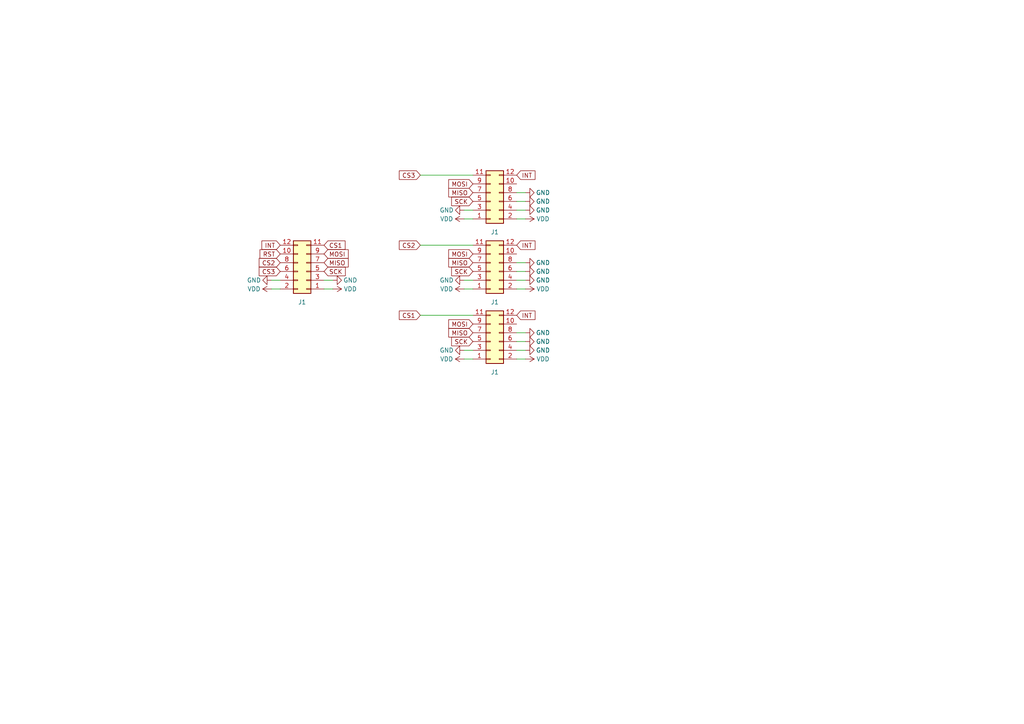
<source format=kicad_sch>
(kicad_sch (version 20230121) (generator eeschema)

  (uuid 39e899dd-a3e8-41b9-9e3b-7384303954d3)

  (paper "A4")

  (lib_symbols
    (symbol "Connector_Generic:Conn_02x06_Odd_Even" (pin_names (offset 1.016) hide) (in_bom yes) (on_board yes)
      (property "Reference" "J" (at 1.27 7.62 0)
        (effects (font (size 1.27 1.27)))
      )
      (property "Value" "Conn_02x06_Odd_Even" (at 1.27 -10.16 0)
        (effects (font (size 1.27 1.27)))
      )
      (property "Footprint" "" (at 0 0 0)
        (effects (font (size 1.27 1.27)) hide)
      )
      (property "Datasheet" "~" (at 0 0 0)
        (effects (font (size 1.27 1.27)) hide)
      )
      (property "ki_keywords" "connector" (at 0 0 0)
        (effects (font (size 1.27 1.27)) hide)
      )
      (property "ki_description" "Generic connector, double row, 02x06, odd/even pin numbering scheme (row 1 odd numbers, row 2 even numbers), script generated (kicad-library-utils/schlib/autogen/connector/)" (at 0 0 0)
        (effects (font (size 1.27 1.27)) hide)
      )
      (property "ki_fp_filters" "Connector*:*_2x??_*" (at 0 0 0)
        (effects (font (size 1.27 1.27)) hide)
      )
      (symbol "Conn_02x06_Odd_Even_1_1"
        (rectangle (start -1.27 -7.493) (end 0 -7.747)
          (stroke (width 0.1524) (type default))
          (fill (type none))
        )
        (rectangle (start -1.27 -4.953) (end 0 -5.207)
          (stroke (width 0.1524) (type default))
          (fill (type none))
        )
        (rectangle (start -1.27 -2.413) (end 0 -2.667)
          (stroke (width 0.1524) (type default))
          (fill (type none))
        )
        (rectangle (start -1.27 0.127) (end 0 -0.127)
          (stroke (width 0.1524) (type default))
          (fill (type none))
        )
        (rectangle (start -1.27 2.667) (end 0 2.413)
          (stroke (width 0.1524) (type default))
          (fill (type none))
        )
        (rectangle (start -1.27 5.207) (end 0 4.953)
          (stroke (width 0.1524) (type default))
          (fill (type none))
        )
        (rectangle (start -1.27 6.35) (end 3.81 -8.89)
          (stroke (width 0.254) (type default))
          (fill (type background))
        )
        (rectangle (start 3.81 -7.493) (end 2.54 -7.747)
          (stroke (width 0.1524) (type default))
          (fill (type none))
        )
        (rectangle (start 3.81 -4.953) (end 2.54 -5.207)
          (stroke (width 0.1524) (type default))
          (fill (type none))
        )
        (rectangle (start 3.81 -2.413) (end 2.54 -2.667)
          (stroke (width 0.1524) (type default))
          (fill (type none))
        )
        (rectangle (start 3.81 0.127) (end 2.54 -0.127)
          (stroke (width 0.1524) (type default))
          (fill (type none))
        )
        (rectangle (start 3.81 2.667) (end 2.54 2.413)
          (stroke (width 0.1524) (type default))
          (fill (type none))
        )
        (rectangle (start 3.81 5.207) (end 2.54 4.953)
          (stroke (width 0.1524) (type default))
          (fill (type none))
        )
        (pin passive line (at -5.08 5.08 0) (length 3.81)
          (name "Pin_1" (effects (font (size 1.27 1.27))))
          (number "1" (effects (font (size 1.27 1.27))))
        )
        (pin passive line (at 7.62 -5.08 180) (length 3.81)
          (name "Pin_10" (effects (font (size 1.27 1.27))))
          (number "10" (effects (font (size 1.27 1.27))))
        )
        (pin passive line (at -5.08 -7.62 0) (length 3.81)
          (name "Pin_11" (effects (font (size 1.27 1.27))))
          (number "11" (effects (font (size 1.27 1.27))))
        )
        (pin passive line (at 7.62 -7.62 180) (length 3.81)
          (name "Pin_12" (effects (font (size 1.27 1.27))))
          (number "12" (effects (font (size 1.27 1.27))))
        )
        (pin passive line (at 7.62 5.08 180) (length 3.81)
          (name "Pin_2" (effects (font (size 1.27 1.27))))
          (number "2" (effects (font (size 1.27 1.27))))
        )
        (pin passive line (at -5.08 2.54 0) (length 3.81)
          (name "Pin_3" (effects (font (size 1.27 1.27))))
          (number "3" (effects (font (size 1.27 1.27))))
        )
        (pin passive line (at 7.62 2.54 180) (length 3.81)
          (name "Pin_4" (effects (font (size 1.27 1.27))))
          (number "4" (effects (font (size 1.27 1.27))))
        )
        (pin passive line (at -5.08 0 0) (length 3.81)
          (name "Pin_5" (effects (font (size 1.27 1.27))))
          (number "5" (effects (font (size 1.27 1.27))))
        )
        (pin passive line (at 7.62 0 180) (length 3.81)
          (name "Pin_6" (effects (font (size 1.27 1.27))))
          (number "6" (effects (font (size 1.27 1.27))))
        )
        (pin passive line (at -5.08 -2.54 0) (length 3.81)
          (name "Pin_7" (effects (font (size 1.27 1.27))))
          (number "7" (effects (font (size 1.27 1.27))))
        )
        (pin passive line (at 7.62 -2.54 180) (length 3.81)
          (name "Pin_8" (effects (font (size 1.27 1.27))))
          (number "8" (effects (font (size 1.27 1.27))))
        )
        (pin passive line (at -5.08 -5.08 0) (length 3.81)
          (name "Pin_9" (effects (font (size 1.27 1.27))))
          (number "9" (effects (font (size 1.27 1.27))))
        )
      )
    )
    (symbol "power:GND" (power) (pin_names (offset 0)) (in_bom yes) (on_board yes)
      (property "Reference" "#PWR" (at 0 -6.35 0)
        (effects (font (size 1.27 1.27)) hide)
      )
      (property "Value" "GND" (at 0 -3.81 0)
        (effects (font (size 1.27 1.27)))
      )
      (property "Footprint" "" (at 0 0 0)
        (effects (font (size 1.27 1.27)) hide)
      )
      (property "Datasheet" "" (at 0 0 0)
        (effects (font (size 1.27 1.27)) hide)
      )
      (property "ki_keywords" "global power" (at 0 0 0)
        (effects (font (size 1.27 1.27)) hide)
      )
      (property "ki_description" "Power symbol creates a global label with name \"GND\" , ground" (at 0 0 0)
        (effects (font (size 1.27 1.27)) hide)
      )
      (symbol "GND_0_1"
        (polyline
          (pts
            (xy 0 0)
            (xy 0 -1.27)
            (xy 1.27 -1.27)
            (xy 0 -2.54)
            (xy -1.27 -1.27)
            (xy 0 -1.27)
          )
          (stroke (width 0) (type default))
          (fill (type none))
        )
      )
      (symbol "GND_1_1"
        (pin power_in line (at 0 0 270) (length 0) hide
          (name "GND" (effects (font (size 1.27 1.27))))
          (number "1" (effects (font (size 1.27 1.27))))
        )
      )
    )
    (symbol "power:VDD" (power) (pin_names (offset 0)) (in_bom yes) (on_board yes)
      (property "Reference" "#PWR" (at 0 -3.81 0)
        (effects (font (size 1.27 1.27)) hide)
      )
      (property "Value" "VDD" (at 0 3.81 0)
        (effects (font (size 1.27 1.27)))
      )
      (property "Footprint" "" (at 0 0 0)
        (effects (font (size 1.27 1.27)) hide)
      )
      (property "Datasheet" "" (at 0 0 0)
        (effects (font (size 1.27 1.27)) hide)
      )
      (property "ki_keywords" "global power" (at 0 0 0)
        (effects (font (size 1.27 1.27)) hide)
      )
      (property "ki_description" "Power symbol creates a global label with name \"VDD\"" (at 0 0 0)
        (effects (font (size 1.27 1.27)) hide)
      )
      (symbol "VDD_0_1"
        (polyline
          (pts
            (xy -0.762 1.27)
            (xy 0 2.54)
          )
          (stroke (width 0) (type default))
          (fill (type none))
        )
        (polyline
          (pts
            (xy 0 0)
            (xy 0 2.54)
          )
          (stroke (width 0) (type default))
          (fill (type none))
        )
        (polyline
          (pts
            (xy 0 2.54)
            (xy 0.762 1.27)
          )
          (stroke (width 0) (type default))
          (fill (type none))
        )
      )
      (symbol "VDD_1_1"
        (pin power_in line (at 0 0 90) (length 0) hide
          (name "VDD" (effects (font (size 1.27 1.27))))
          (number "1" (effects (font (size 1.27 1.27))))
        )
      )
    )
  )


  (wire (pts (xy 152.4 60.96) (xy 149.86 60.96))
    (stroke (width 0) (type default))
    (uuid 09d3f904-647c-4296-8a45-54695fafa361)
  )
  (wire (pts (xy 81.28 81.28) (xy 78.74 81.28))
    (stroke (width 0) (type default))
    (uuid 1fe6bfda-f7d7-4eb2-9f3c-ce18cf28ef9a)
  )
  (wire (pts (xy 149.86 78.74) (xy 152.4 78.74))
    (stroke (width 0) (type default))
    (uuid 23edf33f-579e-4f27-a67b-abd6b2298be2)
  )
  (wire (pts (xy 152.4 96.52) (xy 149.86 96.52))
    (stroke (width 0) (type default))
    (uuid 37f0aa3d-a607-4676-9096-bbc1d55e80f2)
  )
  (wire (pts (xy 152.4 99.06) (xy 149.86 99.06))
    (stroke (width 0) (type default))
    (uuid 3f7f53af-2239-406e-a068-ef6ea84b1c66)
  )
  (wire (pts (xy 152.4 101.6) (xy 149.86 101.6))
    (stroke (width 0) (type default))
    (uuid 41452497-63f3-4274-87c3-291ca6602c8d)
  )
  (wire (pts (xy 81.28 83.82) (xy 78.74 83.82))
    (stroke (width 0) (type default))
    (uuid 4970c3fc-bd0a-4022-a175-0cc3b6279ec6)
  )
  (wire (pts (xy 137.16 81.28) (xy 134.62 81.28))
    (stroke (width 0) (type default))
    (uuid 4a275dbb-8123-4de5-adf6-9a0960a57740)
  )
  (wire (pts (xy 152.4 63.5) (xy 149.86 63.5))
    (stroke (width 0) (type default))
    (uuid 51962719-d0c5-48fb-ba00-29c416000eb0)
  )
  (wire (pts (xy 152.4 58.42) (xy 149.86 58.42))
    (stroke (width 0) (type default))
    (uuid 52f9dc87-2356-4e9e-b535-819874de978b)
  )
  (wire (pts (xy 137.16 63.5) (xy 134.62 63.5))
    (stroke (width 0) (type default))
    (uuid 5617ce88-9a34-40a1-a065-6095ce70d6f7)
  )
  (wire (pts (xy 149.86 83.82) (xy 152.4 83.82))
    (stroke (width 0) (type default))
    (uuid 5748e0e5-f42e-4624-9e12-438d6d30f2f3)
  )
  (wire (pts (xy 96.52 81.28) (xy 93.98 81.28))
    (stroke (width 0) (type default))
    (uuid 5daa1ee1-b8ad-41ea-bbdc-15dbac94517f)
  )
  (wire (pts (xy 121.92 50.8) (xy 137.16 50.8))
    (stroke (width 0) (type default))
    (uuid 5e55f27a-52f8-4c04-b1e9-b9306fbf8f51)
  )
  (wire (pts (xy 149.86 76.2) (xy 152.4 76.2))
    (stroke (width 0) (type default))
    (uuid 699ce4ef-2435-4b5b-be45-f9ccb11eafa0)
  )
  (wire (pts (xy 137.16 83.82) (xy 134.62 83.82))
    (stroke (width 0) (type default))
    (uuid 8abf0cf7-b15a-417f-ab3d-d31fa1198da3)
  )
  (wire (pts (xy 149.86 81.28) (xy 152.4 81.28))
    (stroke (width 0) (type default))
    (uuid b43c4e06-abb9-4ad8-ab69-462d460cc484)
  )
  (wire (pts (xy 121.92 91.44) (xy 137.16 91.44))
    (stroke (width 0) (type default))
    (uuid b6e37d38-79f2-4417-9eb1-d4e21823357f)
  )
  (wire (pts (xy 121.92 71.12) (xy 137.16 71.12))
    (stroke (width 0) (type default))
    (uuid b92b6c21-5a38-46d8-bfd4-c1d6c13a3f75)
  )
  (wire (pts (xy 152.4 104.14) (xy 149.86 104.14))
    (stroke (width 0) (type default))
    (uuid b9648f5d-f371-4713-a17f-b1658f6c599e)
  )
  (wire (pts (xy 96.52 83.82) (xy 93.98 83.82))
    (stroke (width 0) (type default))
    (uuid e14cc8fb-a407-4a4f-ab2c-5296d524b923)
  )
  (wire (pts (xy 137.16 104.14) (xy 134.62 104.14))
    (stroke (width 0) (type default))
    (uuid e1f67ac3-ad1a-4092-81e5-020ca410b946)
  )
  (wire (pts (xy 149.86 55.88) (xy 152.4 55.88))
    (stroke (width 0) (type default))
    (uuid e21af85f-2ac7-4f67-a926-21d9081d202f)
  )
  (wire (pts (xy 137.16 101.6) (xy 134.62 101.6))
    (stroke (width 0) (type default))
    (uuid e62e31f6-e355-4512-b0cb-29a6a7cce130)
  )
  (wire (pts (xy 137.16 60.96) (xy 134.62 60.96))
    (stroke (width 0) (type default))
    (uuid e9978b64-4cb9-4bdd-a30b-eae3697932be)
  )

  (global_label "SCK" (shape input) (at 93.98 78.74 0) (fields_autoplaced)
    (effects (font (size 1.27 1.27)) (justify left))
    (uuid 01ea3cb3-cd4a-41bf-816a-657fa10d77a4)
    (property "Intersheetrefs" "${INTERSHEET_REFS}" (at 100.7147 78.74 0)
      (effects (font (size 1.27 1.27)) (justify left) hide)
    )
  )
  (global_label "MISO" (shape input) (at 137.16 55.88 180) (fields_autoplaced)
    (effects (font (size 1.27 1.27)) (justify right))
    (uuid 1579c316-79bf-4ec8-a560-c00d2010e91c)
    (property "Intersheetrefs" "${INTERSHEET_REFS}" (at 129.5786 55.88 0)
      (effects (font (size 1.27 1.27)) (justify right) hide)
    )
  )
  (global_label "MISO" (shape input) (at 93.98 76.2 0) (fields_autoplaced)
    (effects (font (size 1.27 1.27)) (justify left))
    (uuid 18f6be03-9167-4821-beee-eeec29457580)
    (property "Intersheetrefs" "${INTERSHEET_REFS}" (at 101.5614 76.2 0)
      (effects (font (size 1.27 1.27)) (justify left) hide)
    )
  )
  (global_label "CS1" (shape input) (at 93.98 71.12 0) (fields_autoplaced)
    (effects (font (size 1.27 1.27)) (justify left))
    (uuid 20d1567f-e146-4450-9781-50a5f5e8034c)
    (property "Intersheetrefs" "${INTERSHEET_REFS}" (at 100.6542 71.12 0)
      (effects (font (size 1.27 1.27)) (justify left) hide)
    )
  )
  (global_label "INT" (shape input) (at 149.86 71.12 0) (fields_autoplaced)
    (effects (font (size 1.27 1.27)) (justify left))
    (uuid 27a3b37a-7711-4dbd-aea4-6a45af152724)
    (property "Intersheetrefs" "${INTERSHEET_REFS}" (at 155.7481 71.12 0)
      (effects (font (size 1.27 1.27)) (justify left) hide)
    )
  )
  (global_label "CS1" (shape input) (at 121.92 91.44 180) (fields_autoplaced)
    (effects (font (size 1.27 1.27)) (justify right))
    (uuid 2bb28448-bd5c-457b-958e-2208b96aa776)
    (property "Intersheetrefs" "${INTERSHEET_REFS}" (at 115.2458 91.44 0)
      (effects (font (size 1.27 1.27)) (justify right) hide)
    )
  )
  (global_label "MOSI" (shape input) (at 137.16 73.66 180) (fields_autoplaced)
    (effects (font (size 1.27 1.27)) (justify right))
    (uuid 2edcc26a-a48c-4141-890b-53b3c1c7f586)
    (property "Intersheetrefs" "${INTERSHEET_REFS}" (at 129.5786 73.66 0)
      (effects (font (size 1.27 1.27)) (justify right) hide)
    )
  )
  (global_label "MOSI" (shape input) (at 137.16 93.98 180) (fields_autoplaced)
    (effects (font (size 1.27 1.27)) (justify right))
    (uuid 303eec68-b664-4a26-97f0-ebcda84378f9)
    (property "Intersheetrefs" "${INTERSHEET_REFS}" (at 129.5786 93.98 0)
      (effects (font (size 1.27 1.27)) (justify right) hide)
    )
  )
  (global_label "CS3" (shape input) (at 81.28 78.74 180) (fields_autoplaced)
    (effects (font (size 1.27 1.27)) (justify right))
    (uuid 606b44ae-e57b-4137-b77f-422f6a0140cb)
    (property "Intersheetrefs" "${INTERSHEET_REFS}" (at 74.6058 78.74 0)
      (effects (font (size 1.27 1.27)) (justify right) hide)
    )
  )
  (global_label "INT" (shape input) (at 149.86 50.8 0) (fields_autoplaced)
    (effects (font (size 1.27 1.27)) (justify left))
    (uuid 6f24f441-ee88-4a76-8759-1932ee1628fe)
    (property "Intersheetrefs" "${INTERSHEET_REFS}" (at 155.7481 50.8 0)
      (effects (font (size 1.27 1.27)) (justify left) hide)
    )
  )
  (global_label "SCK" (shape input) (at 137.16 78.74 180) (fields_autoplaced)
    (effects (font (size 1.27 1.27)) (justify right))
    (uuid 6f5b3a82-25b0-4f74-8df5-562fc2b8eb02)
    (property "Intersheetrefs" "${INTERSHEET_REFS}" (at 130.4253 78.74 0)
      (effects (font (size 1.27 1.27)) (justify right) hide)
    )
  )
  (global_label "CS3" (shape input) (at 121.92 50.8 180) (fields_autoplaced)
    (effects (font (size 1.27 1.27)) (justify right))
    (uuid 6f79bd48-5222-43e2-8d8e-242b44089edd)
    (property "Intersheetrefs" "${INTERSHEET_REFS}" (at 115.2458 50.8 0)
      (effects (font (size 1.27 1.27)) (justify right) hide)
    )
  )
  (global_label "CS2" (shape input) (at 81.28 76.2 180) (fields_autoplaced)
    (effects (font (size 1.27 1.27)) (justify right))
    (uuid 8c22c6e1-3a03-4284-b534-8ef8cc30c039)
    (property "Intersheetrefs" "${INTERSHEET_REFS}" (at 74.6058 76.2 0)
      (effects (font (size 1.27 1.27)) (justify right) hide)
    )
  )
  (global_label "SCK" (shape input) (at 137.16 58.42 180) (fields_autoplaced)
    (effects (font (size 1.27 1.27)) (justify right))
    (uuid 950d0f89-98d3-4aea-930b-a460fd7b4ef2)
    (property "Intersheetrefs" "${INTERSHEET_REFS}" (at 130.4253 58.42 0)
      (effects (font (size 1.27 1.27)) (justify right) hide)
    )
  )
  (global_label "INT" (shape input) (at 149.86 91.44 0) (fields_autoplaced)
    (effects (font (size 1.27 1.27)) (justify left))
    (uuid 959550ff-5eb6-4c90-b92c-53cc555b2631)
    (property "Intersheetrefs" "${INTERSHEET_REFS}" (at 155.7481 91.44 0)
      (effects (font (size 1.27 1.27)) (justify left) hide)
    )
  )
  (global_label "SCK" (shape input) (at 137.16 99.06 180) (fields_autoplaced)
    (effects (font (size 1.27 1.27)) (justify right))
    (uuid 96f09ef6-ae0f-4209-aacf-fcb2e5c347c0)
    (property "Intersheetrefs" "${INTERSHEET_REFS}" (at 130.4253 99.06 0)
      (effects (font (size 1.27 1.27)) (justify right) hide)
    )
  )
  (global_label "MOSI" (shape input) (at 137.16 53.34 180) (fields_autoplaced)
    (effects (font (size 1.27 1.27)) (justify right))
    (uuid 9f2819e1-e32c-48e4-9a48-0dc213a12f5c)
    (property "Intersheetrefs" "${INTERSHEET_REFS}" (at 129.5786 53.34 0)
      (effects (font (size 1.27 1.27)) (justify right) hide)
    )
  )
  (global_label "MISO" (shape input) (at 137.16 96.52 180) (fields_autoplaced)
    (effects (font (size 1.27 1.27)) (justify right))
    (uuid 9fa266b9-2d2a-4b69-839f-f871100bbe3c)
    (property "Intersheetrefs" "${INTERSHEET_REFS}" (at 129.5786 96.52 0)
      (effects (font (size 1.27 1.27)) (justify right) hide)
    )
  )
  (global_label "RST" (shape input) (at 81.28 73.66 180) (fields_autoplaced)
    (effects (font (size 1.27 1.27)) (justify right))
    (uuid a4247822-23c1-4031-b0cf-71776af56834)
    (property "Intersheetrefs" "${INTERSHEET_REFS}" (at 74.8477 73.66 0)
      (effects (font (size 1.27 1.27)) (justify right) hide)
    )
  )
  (global_label "MISO" (shape input) (at 137.16 76.2 180) (fields_autoplaced)
    (effects (font (size 1.27 1.27)) (justify right))
    (uuid ea6c9ea8-3f85-4971-92e4-e935ed9c1d2e)
    (property "Intersheetrefs" "${INTERSHEET_REFS}" (at 129.5786 76.2 0)
      (effects (font (size 1.27 1.27)) (justify right) hide)
    )
  )
  (global_label "MOSI" (shape input) (at 93.98 73.66 0) (fields_autoplaced)
    (effects (font (size 1.27 1.27)) (justify left))
    (uuid eaebcbba-78b0-4597-a592-d2e9d24dac47)
    (property "Intersheetrefs" "${INTERSHEET_REFS}" (at 101.5614 73.66 0)
      (effects (font (size 1.27 1.27)) (justify left) hide)
    )
  )
  (global_label "CS2" (shape input) (at 121.92 71.12 180) (fields_autoplaced)
    (effects (font (size 1.27 1.27)) (justify right))
    (uuid eb1ed842-b979-425f-96d3-82236983c573)
    (property "Intersheetrefs" "${INTERSHEET_REFS}" (at 115.2458 71.12 0)
      (effects (font (size 1.27 1.27)) (justify right) hide)
    )
  )
  (global_label "INT" (shape input) (at 81.28 71.12 180) (fields_autoplaced)
    (effects (font (size 1.27 1.27)) (justify right))
    (uuid ed92f4e5-4f89-4390-9f7c-739a2325c50e)
    (property "Intersheetrefs" "${INTERSHEET_REFS}" (at 75.3919 71.12 0)
      (effects (font (size 1.27 1.27)) (justify right) hide)
    )
  )

  (symbol (lib_id "Connector_Generic:Conn_02x06_Odd_Even") (at 88.9 78.74 180) (unit 1)
    (in_bom yes) (on_board yes) (dnp no)
    (uuid 1530675d-41c3-4614-bf85-4a21224ab275)
    (property "Reference" "J1" (at 87.63 87.63 0)
      (effects (font (size 1.27 1.27)))
    )
    (property "Value" "Conn_02x06_Odd_Even" (at 88.9 68.58 90)
      (effects (font (size 1.27 1.27)) (justify right) hide)
    )
    (property "Footprint" "Connector_PinHeader_2.54mm:PinHeader_2x06_P2.54mm_Vertical" (at 88.9 78.74 0)
      (effects (font (size 1.27 1.27)) hide)
    )
    (property "Datasheet" "~" (at 88.9 78.74 0)
      (effects (font (size 1.27 1.27)) hide)
    )
    (pin "1" (uuid 16d44dc0-c034-4210-8bcd-3166e5e1a373))
    (pin "10" (uuid b825a8b4-63c6-4bb0-bc4a-a2e2e75a8d45))
    (pin "11" (uuid 86a0274a-c4b3-4329-972b-668668c550df))
    (pin "12" (uuid 78e15955-9b9e-4587-92e7-1cb75f6cddc1))
    (pin "2" (uuid 6ec24044-db3c-49fd-a322-d7909c8ea882))
    (pin "3" (uuid 01320a7c-2ce7-47e5-a68d-3ad1816a8a9f))
    (pin "4" (uuid 7f2f9762-acc0-4069-ad73-24b1abf7fda7))
    (pin "5" (uuid 7f227c42-2340-4a61-939e-166e1c258a2d))
    (pin "6" (uuid 1260c955-3571-4e6a-89bb-f9e51f6ff1fa))
    (pin "7" (uuid de079d70-0990-4140-8e2e-0afc69897139))
    (pin "8" (uuid 9ca32275-84cf-48d1-a5cf-fe99245ec147))
    (pin "9" (uuid 7ebb3ad1-ace0-405f-bf05-d799d94d0133))
    (instances
      (project "PCB_V2"
        (path "/89750a2e-d60a-49c9-9878-df499d5500bf"
          (reference "J1") (unit 1)
        )
        (path "/89750a2e-d60a-49c9-9878-df499d5500bf/fc62b659-9675-426d-9d97-1604f2b90a81"
          (reference "J1") (unit 1)
        )
        (path "/89750a2e-d60a-49c9-9878-df499d5500bf/a612c74f-b067-43ba-a045-23625b9c7925"
          (reference "J6") (unit 1)
        )
      )
    )
  )

  (symbol (lib_id "power:VDD") (at 96.52 83.82 270) (unit 1)
    (in_bom yes) (on_board yes) (dnp no)
    (uuid 44a4b168-5215-41f0-a1d5-62014f0bac21)
    (property "Reference" "#PWR04" (at 92.71 83.82 0)
      (effects (font (size 1.27 1.27)) hide)
    )
    (property "Value" "VDD" (at 101.6 83.82 90)
      (effects (font (size 1.27 1.27)))
    )
    (property "Footprint" "" (at 96.52 83.82 0)
      (effects (font (size 1.27 1.27)) hide)
    )
    (property "Datasheet" "" (at 96.52 83.82 0)
      (effects (font (size 1.27 1.27)) hide)
    )
    (pin "1" (uuid a79c3c9b-e41e-4212-bec5-0074fa265231))
    (instances
      (project "PCB_V2"
        (path "/89750a2e-d60a-49c9-9878-df499d5500bf"
          (reference "#PWR04") (unit 1)
        )
        (path "/89750a2e-d60a-49c9-9878-df499d5500bf/fc62b659-9675-426d-9d97-1604f2b90a81"
          (reference "#PWR04") (unit 1)
        )
        (path "/89750a2e-d60a-49c9-9878-df499d5500bf/a612c74f-b067-43ba-a045-23625b9c7925"
          (reference "#PWR024") (unit 1)
        )
      )
    )
  )

  (symbol (lib_id "power:GND") (at 152.4 81.28 90) (unit 1)
    (in_bom yes) (on_board yes) (dnp no)
    (uuid 497eb269-10b6-4ce9-b968-8648bb4f82cd)
    (property "Reference" "#PWR03" (at 158.75 81.28 0)
      (effects (font (size 1.27 1.27)) hide)
    )
    (property "Value" "GND" (at 157.48 81.28 90)
      (effects (font (size 1.27 1.27)))
    )
    (property "Footprint" "" (at 152.4 81.28 0)
      (effects (font (size 1.27 1.27)) hide)
    )
    (property "Datasheet" "" (at 152.4 81.28 0)
      (effects (font (size 1.27 1.27)) hide)
    )
    (pin "1" (uuid 87d85d58-bdb1-4dec-b1bf-06e5d768ba80))
    (instances
      (project "PCB_V2"
        (path "/89750a2e-d60a-49c9-9878-df499d5500bf"
          (reference "#PWR03") (unit 1)
        )
        (path "/89750a2e-d60a-49c9-9878-df499d5500bf/fc62b659-9675-426d-9d97-1604f2b90a81"
          (reference "#PWR03") (unit 1)
        )
        (path "/89750a2e-d60a-49c9-9878-df499d5500bf/a612c74f-b067-43ba-a045-23625b9c7925"
          (reference "#PWR039") (unit 1)
        )
      )
    )
  )

  (symbol (lib_id "power:VDD") (at 134.62 83.82 90) (unit 1)
    (in_bom yes) (on_board yes) (dnp no)
    (uuid 4fdc5e6e-4f5f-42b9-848d-447019a4e4b4)
    (property "Reference" "#PWR02" (at 138.43 83.82 0)
      (effects (font (size 1.27 1.27)) hide)
    )
    (property "Value" "VDD" (at 129.54 83.82 90)
      (effects (font (size 1.27 1.27)))
    )
    (property "Footprint" "" (at 134.62 83.82 0)
      (effects (font (size 1.27 1.27)) hide)
    )
    (property "Datasheet" "" (at 134.62 83.82 0)
      (effects (font (size 1.27 1.27)) hide)
    )
    (pin "1" (uuid 024c0a87-f07f-474c-b8dd-946fff8fc30d))
    (instances
      (project "PCB_V2"
        (path "/89750a2e-d60a-49c9-9878-df499d5500bf"
          (reference "#PWR02") (unit 1)
        )
        (path "/89750a2e-d60a-49c9-9878-df499d5500bf/fc62b659-9675-426d-9d97-1604f2b90a81"
          (reference "#PWR02") (unit 1)
        )
        (path "/89750a2e-d60a-49c9-9878-df499d5500bf/a612c74f-b067-43ba-a045-23625b9c7925"
          (reference "#PWR030") (unit 1)
        )
      )
    )
  )

  (symbol (lib_id "power:GND") (at 152.4 55.88 90) (unit 1)
    (in_bom yes) (on_board yes) (dnp no)
    (uuid 5147ae9e-9276-4fbd-8cda-f790d0dedd94)
    (property "Reference" "#PWR03" (at 158.75 55.88 0)
      (effects (font (size 1.27 1.27)) hide)
    )
    (property "Value" "GND" (at 157.48 55.88 90)
      (effects (font (size 1.27 1.27)))
    )
    (property "Footprint" "" (at 152.4 55.88 0)
      (effects (font (size 1.27 1.27)) hide)
    )
    (property "Datasheet" "" (at 152.4 55.88 0)
      (effects (font (size 1.27 1.27)) hide)
    )
    (pin "1" (uuid cb7a1ef9-fbaa-4292-a3cf-a14d35fe0199))
    (instances
      (project "PCB_V2"
        (path "/89750a2e-d60a-49c9-9878-df499d5500bf"
          (reference "#PWR03") (unit 1)
        )
        (path "/89750a2e-d60a-49c9-9878-df499d5500bf/fc62b659-9675-426d-9d97-1604f2b90a81"
          (reference "#PWR03") (unit 1)
        )
        (path "/89750a2e-d60a-49c9-9878-df499d5500bf/a612c74f-b067-43ba-a045-23625b9c7925"
          (reference "#PWR027") (unit 1)
        )
      )
    )
  )

  (symbol (lib_id "Connector_Generic:Conn_02x06_Odd_Even") (at 142.24 58.42 0) (mirror x) (unit 1)
    (in_bom yes) (on_board yes) (dnp no)
    (uuid 71953b48-592c-4a40-8a3f-fc0c48db9e9f)
    (property "Reference" "J1" (at 143.51 67.31 0)
      (effects (font (size 1.27 1.27)))
    )
    (property "Value" "Conn_02x06_Odd_Even" (at 142.24 48.26 90)
      (effects (font (size 1.27 1.27)) (justify right) hide)
    )
    (property "Footprint" "Connector_PinSocket_2.54mm:PinSocket_2x06_P2.54mm_Vertical" (at 142.24 58.42 0)
      (effects (font (size 1.27 1.27)) hide)
    )
    (property "Datasheet" "~" (at 142.24 58.42 0)
      (effects (font (size 1.27 1.27)) hide)
    )
    (pin "1" (uuid fa803dfb-9732-4ee2-b920-63a8fe9b6422))
    (pin "10" (uuid 2b520d8f-8b6d-40b7-8e6c-186e8f6fbd7d))
    (pin "11" (uuid 7c2f602c-05ac-4f86-ad8b-b3527e23cf5c))
    (pin "12" (uuid 9034de09-d6c0-408a-9d74-8456b73e8d97))
    (pin "2" (uuid 51ab6909-f14d-423e-858d-086fef992a1f))
    (pin "3" (uuid 0fe83806-c507-4be5-8c6e-913e9a14cf29))
    (pin "4" (uuid e9e4c9ce-ea62-46c2-bc5e-3c0b7c909554))
    (pin "5" (uuid 5d0926ae-7f79-4642-b791-d0f8920f49d4))
    (pin "6" (uuid 64670a2c-08c0-4107-a93b-dee57a348ea9))
    (pin "7" (uuid 3a204305-c437-4115-b636-2258090f796f))
    (pin "8" (uuid fb73ad21-d645-4563-935d-05d593ced59c))
    (pin "9" (uuid 91a0185a-4861-46f0-8009-21c2595d02d4))
    (instances
      (project "PCB_V2"
        (path "/89750a2e-d60a-49c9-9878-df499d5500bf"
          (reference "J1") (unit 1)
        )
        (path "/89750a2e-d60a-49c9-9878-df499d5500bf/fc62b659-9675-426d-9d97-1604f2b90a81"
          (reference "J1") (unit 1)
        )
        (path "/89750a2e-d60a-49c9-9878-df499d5500bf/a612c74f-b067-43ba-a045-23625b9c7925"
          (reference "J7") (unit 1)
        )
      )
    )
  )

  (symbol (lib_id "power:GND") (at 152.4 96.52 90) (unit 1)
    (in_bom yes) (on_board yes) (dnp no)
    (uuid 71ef6304-0eee-4fd4-a364-3d45892cae7b)
    (property "Reference" "#PWR03" (at 158.75 96.52 0)
      (effects (font (size 1.27 1.27)) hide)
    )
    (property "Value" "GND" (at 157.48 96.52 90)
      (effects (font (size 1.27 1.27)))
    )
    (property "Footprint" "" (at 152.4 96.52 0)
      (effects (font (size 1.27 1.27)) hide)
    )
    (property "Datasheet" "" (at 152.4 96.52 0)
      (effects (font (size 1.27 1.27)) hide)
    )
    (pin "1" (uuid 62489e00-c11d-44c4-9753-f097780fa555))
    (instances
      (project "PCB_V2"
        (path "/89750a2e-d60a-49c9-9878-df499d5500bf"
          (reference "#PWR03") (unit 1)
        )
        (path "/89750a2e-d60a-49c9-9878-df499d5500bf/fc62b659-9675-426d-9d97-1604f2b90a81"
          (reference "#PWR03") (unit 1)
        )
        (path "/89750a2e-d60a-49c9-9878-df499d5500bf/a612c74f-b067-43ba-a045-23625b9c7925"
          (reference "#PWR035") (unit 1)
        )
      )
    )
  )

  (symbol (lib_id "power:GND") (at 134.62 101.6 270) (unit 1)
    (in_bom yes) (on_board yes) (dnp no)
    (uuid 76909c3d-e275-45da-a0d9-06b2205d1091)
    (property "Reference" "#PWR01" (at 128.27 101.6 0)
      (effects (font (size 1.27 1.27)) hide)
    )
    (property "Value" "GND" (at 129.54 101.6 90)
      (effects (font (size 1.27 1.27)))
    )
    (property "Footprint" "" (at 134.62 101.6 0)
      (effects (font (size 1.27 1.27)) hide)
    )
    (property "Datasheet" "" (at 134.62 101.6 0)
      (effects (font (size 1.27 1.27)) hide)
    )
    (pin "1" (uuid 2e434519-fff6-4c60-a509-6132228ddc70))
    (instances
      (project "PCB_V2"
        (path "/89750a2e-d60a-49c9-9878-df499d5500bf"
          (reference "#PWR01") (unit 1)
        )
        (path "/89750a2e-d60a-49c9-9878-df499d5500bf/fc62b659-9675-426d-9d97-1604f2b90a81"
          (reference "#PWR01") (unit 1)
        )
        (path "/89750a2e-d60a-49c9-9878-df499d5500bf/a612c74f-b067-43ba-a045-23625b9c7925"
          (reference "#PWR033") (unit 1)
        )
      )
    )
  )

  (symbol (lib_id "power:GND") (at 152.4 99.06 90) (unit 1)
    (in_bom yes) (on_board yes) (dnp no)
    (uuid 82ff88f7-5d95-44d0-9721-c35b35aea232)
    (property "Reference" "#PWR03" (at 158.75 99.06 0)
      (effects (font (size 1.27 1.27)) hide)
    )
    (property "Value" "GND" (at 157.48 99.06 90)
      (effects (font (size 1.27 1.27)))
    )
    (property "Footprint" "" (at 152.4 99.06 0)
      (effects (font (size 1.27 1.27)) hide)
    )
    (property "Datasheet" "" (at 152.4 99.06 0)
      (effects (font (size 1.27 1.27)) hide)
    )
    (pin "1" (uuid 81df68e5-9b85-4d80-8814-bf93b71159a6))
    (instances
      (project "PCB_V2"
        (path "/89750a2e-d60a-49c9-9878-df499d5500bf"
          (reference "#PWR03") (unit 1)
        )
        (path "/89750a2e-d60a-49c9-9878-df499d5500bf/fc62b659-9675-426d-9d97-1604f2b90a81"
          (reference "#PWR03") (unit 1)
        )
        (path "/89750a2e-d60a-49c9-9878-df499d5500bf/a612c74f-b067-43ba-a045-23625b9c7925"
          (reference "#PWR036") (unit 1)
        )
      )
    )
  )

  (symbol (lib_id "Connector_Generic:Conn_02x06_Odd_Even") (at 142.24 99.06 0) (mirror x) (unit 1)
    (in_bom yes) (on_board yes) (dnp no)
    (uuid 842f1d8e-bbd2-422e-979f-611cf19fddb7)
    (property "Reference" "J1" (at 143.51 107.95 0)
      (effects (font (size 1.27 1.27)))
    )
    (property "Value" "Conn_02x06_Odd_Even" (at 142.24 88.9 90)
      (effects (font (size 1.27 1.27)) (justify right) hide)
    )
    (property "Footprint" "Connector_PinSocket_2.54mm:PinSocket_2x06_P2.54mm_Vertical" (at 142.24 99.06 0)
      (effects (font (size 1.27 1.27)) hide)
    )
    (property "Datasheet" "~" (at 142.24 99.06 0)
      (effects (font (size 1.27 1.27)) hide)
    )
    (pin "1" (uuid 527d9d68-65e9-4d0d-8ad0-8dd84d07954e))
    (pin "10" (uuid ffc6e822-80cc-47bc-90a0-5a0aca8e1fe7))
    (pin "11" (uuid 3d993e32-bc7a-47a0-a754-cd938be3285a))
    (pin "12" (uuid a75ce7ec-37a3-4667-9609-9689f424fbd8))
    (pin "2" (uuid 8f5be27b-c9ec-4efb-8855-46348dc494f5))
    (pin "3" (uuid d5041992-3e8a-4444-bcc9-a4259cda863d))
    (pin "4" (uuid ddbb9e63-d500-4638-b65a-7b4625c5341f))
    (pin "5" (uuid a5bd9b18-2471-490c-997c-dfdba15efe3f))
    (pin "6" (uuid 7f3132c4-1834-4070-9872-927393638d9c))
    (pin "7" (uuid 2848b8b3-7331-43c2-9cb6-261f81f1ad2e))
    (pin "8" (uuid 6a06958b-98bb-4916-a40d-1bfa6c940208))
    (pin "9" (uuid 36ecf97b-d584-4397-a51b-fb3dd8ed6431))
    (instances
      (project "PCB_V2"
        (path "/89750a2e-d60a-49c9-9878-df499d5500bf"
          (reference "J1") (unit 1)
        )
        (path "/89750a2e-d60a-49c9-9878-df499d5500bf/fc62b659-9675-426d-9d97-1604f2b90a81"
          (reference "J1") (unit 1)
        )
        (path "/89750a2e-d60a-49c9-9878-df499d5500bf/a612c74f-b067-43ba-a045-23625b9c7925"
          (reference "J9") (unit 1)
        )
      )
    )
  )

  (symbol (lib_id "power:GND") (at 152.4 60.96 90) (unit 1)
    (in_bom yes) (on_board yes) (dnp no)
    (uuid 842fee30-8678-48a4-a1c0-a4d25debd42e)
    (property "Reference" "#PWR03" (at 158.75 60.96 0)
      (effects (font (size 1.27 1.27)) hide)
    )
    (property "Value" "GND" (at 157.48 60.96 90)
      (effects (font (size 1.27 1.27)))
    )
    (property "Footprint" "" (at 152.4 60.96 0)
      (effects (font (size 1.27 1.27)) hide)
    )
    (property "Datasheet" "" (at 152.4 60.96 0)
      (effects (font (size 1.27 1.27)) hide)
    )
    (pin "1" (uuid d44a6704-008d-489f-87c1-9e797a5780ff))
    (instances
      (project "PCB_V2"
        (path "/89750a2e-d60a-49c9-9878-df499d5500bf"
          (reference "#PWR03") (unit 1)
        )
        (path "/89750a2e-d60a-49c9-9878-df499d5500bf/fc62b659-9675-426d-9d97-1604f2b90a81"
          (reference "#PWR03") (unit 1)
        )
        (path "/89750a2e-d60a-49c9-9878-df499d5500bf/a612c74f-b067-43ba-a045-23625b9c7925"
          (reference "#PWR037") (unit 1)
        )
      )
    )
  )

  (symbol (lib_id "power:GND") (at 134.62 60.96 270) (unit 1)
    (in_bom yes) (on_board yes) (dnp no)
    (uuid 877b9dc2-2740-4853-bfe4-85aef68e3bf4)
    (property "Reference" "#PWR01" (at 128.27 60.96 0)
      (effects (font (size 1.27 1.27)) hide)
    )
    (property "Value" "GND" (at 129.54 60.96 90)
      (effects (font (size 1.27 1.27)))
    )
    (property "Footprint" "" (at 134.62 60.96 0)
      (effects (font (size 1.27 1.27)) hide)
    )
    (property "Datasheet" "" (at 134.62 60.96 0)
      (effects (font (size 1.27 1.27)) hide)
    )
    (pin "1" (uuid b5ebc72b-b375-4a7f-97ce-f601e4240219))
    (instances
      (project "PCB_V2"
        (path "/89750a2e-d60a-49c9-9878-df499d5500bf"
          (reference "#PWR01") (unit 1)
        )
        (path "/89750a2e-d60a-49c9-9878-df499d5500bf/fc62b659-9675-426d-9d97-1604f2b90a81"
          (reference "#PWR01") (unit 1)
        )
        (path "/89750a2e-d60a-49c9-9878-df499d5500bf/a612c74f-b067-43ba-a045-23625b9c7925"
          (reference "#PWR025") (unit 1)
        )
      )
    )
  )

  (symbol (lib_id "power:VDD") (at 152.4 104.14 270) (unit 1)
    (in_bom yes) (on_board yes) (dnp no)
    (uuid 951f336e-3eae-47c1-8102-55b8aab17dc3)
    (property "Reference" "#PWR04" (at 148.59 104.14 0)
      (effects (font (size 1.27 1.27)) hide)
    )
    (property "Value" "VDD" (at 157.48 104.14 90)
      (effects (font (size 1.27 1.27)))
    )
    (property "Footprint" "" (at 152.4 104.14 0)
      (effects (font (size 1.27 1.27)) hide)
    )
    (property "Datasheet" "" (at 152.4 104.14 0)
      (effects (font (size 1.27 1.27)) hide)
    )
    (pin "1" (uuid 8373d762-f0b3-4748-bf5a-d54d839cdcf7))
    (instances
      (project "PCB_V2"
        (path "/89750a2e-d60a-49c9-9878-df499d5500bf"
          (reference "#PWR04") (unit 1)
        )
        (path "/89750a2e-d60a-49c9-9878-df499d5500bf/fc62b659-9675-426d-9d97-1604f2b90a81"
          (reference "#PWR04") (unit 1)
        )
        (path "/89750a2e-d60a-49c9-9878-df499d5500bf/a612c74f-b067-43ba-a045-23625b9c7925"
          (reference "#PWR042") (unit 1)
        )
      )
    )
  )

  (symbol (lib_id "power:GND") (at 134.62 81.28 270) (unit 1)
    (in_bom yes) (on_board yes) (dnp no)
    (uuid 992cc0ef-6683-4e82-8455-1e65fbc394fe)
    (property "Reference" "#PWR01" (at 128.27 81.28 0)
      (effects (font (size 1.27 1.27)) hide)
    )
    (property "Value" "GND" (at 129.54 81.28 90)
      (effects (font (size 1.27 1.27)))
    )
    (property "Footprint" "" (at 134.62 81.28 0)
      (effects (font (size 1.27 1.27)) hide)
    )
    (property "Datasheet" "" (at 134.62 81.28 0)
      (effects (font (size 1.27 1.27)) hide)
    )
    (pin "1" (uuid b18e7330-2442-4df9-a2fb-36aa5d64dcbc))
    (instances
      (project "PCB_V2"
        (path "/89750a2e-d60a-49c9-9878-df499d5500bf"
          (reference "#PWR01") (unit 1)
        )
        (path "/89750a2e-d60a-49c9-9878-df499d5500bf/fc62b659-9675-426d-9d97-1604f2b90a81"
          (reference "#PWR01") (unit 1)
        )
        (path "/89750a2e-d60a-49c9-9878-df499d5500bf/a612c74f-b067-43ba-a045-23625b9c7925"
          (reference "#PWR029") (unit 1)
        )
      )
    )
  )

  (symbol (lib_id "power:GND") (at 96.52 81.28 90) (unit 1)
    (in_bom yes) (on_board yes) (dnp no)
    (uuid 9d3cd10c-7b3a-4099-a6b1-9bb2eb40030c)
    (property "Reference" "#PWR03" (at 102.87 81.28 0)
      (effects (font (size 1.27 1.27)) hide)
    )
    (property "Value" "GND" (at 101.6 81.28 90)
      (effects (font (size 1.27 1.27)))
    )
    (property "Footprint" "" (at 96.52 81.28 0)
      (effects (font (size 1.27 1.27)) hide)
    )
    (property "Datasheet" "" (at 96.52 81.28 0)
      (effects (font (size 1.27 1.27)) hide)
    )
    (pin "1" (uuid 282a2a93-6ca1-4edc-91bb-235aa22798f2))
    (instances
      (project "PCB_V2"
        (path "/89750a2e-d60a-49c9-9878-df499d5500bf"
          (reference "#PWR03") (unit 1)
        )
        (path "/89750a2e-d60a-49c9-9878-df499d5500bf/fc62b659-9675-426d-9d97-1604f2b90a81"
          (reference "#PWR03") (unit 1)
        )
        (path "/89750a2e-d60a-49c9-9878-df499d5500bf/a612c74f-b067-43ba-a045-23625b9c7925"
          (reference "#PWR023") (unit 1)
        )
      )
    )
  )

  (symbol (lib_id "power:VDD") (at 134.62 104.14 90) (unit 1)
    (in_bom yes) (on_board yes) (dnp no)
    (uuid a260b42b-4067-4cc4-811b-d426c861bc63)
    (property "Reference" "#PWR02" (at 138.43 104.14 0)
      (effects (font (size 1.27 1.27)) hide)
    )
    (property "Value" "VDD" (at 129.54 104.14 90)
      (effects (font (size 1.27 1.27)))
    )
    (property "Footprint" "" (at 134.62 104.14 0)
      (effects (font (size 1.27 1.27)) hide)
    )
    (property "Datasheet" "" (at 134.62 104.14 0)
      (effects (font (size 1.27 1.27)) hide)
    )
    (pin "1" (uuid 9d730f27-a363-4fd2-9cc8-5ef3a630c0d9))
    (instances
      (project "PCB_V2"
        (path "/89750a2e-d60a-49c9-9878-df499d5500bf"
          (reference "#PWR02") (unit 1)
        )
        (path "/89750a2e-d60a-49c9-9878-df499d5500bf/fc62b659-9675-426d-9d97-1604f2b90a81"
          (reference "#PWR02") (unit 1)
        )
        (path "/89750a2e-d60a-49c9-9878-df499d5500bf/a612c74f-b067-43ba-a045-23625b9c7925"
          (reference "#PWR034") (unit 1)
        )
      )
    )
  )

  (symbol (lib_id "power:VDD") (at 78.74 83.82 90) (unit 1)
    (in_bom yes) (on_board yes) (dnp no)
    (uuid a787a0ce-547b-4255-af58-084744ff4207)
    (property "Reference" "#PWR02" (at 82.55 83.82 0)
      (effects (font (size 1.27 1.27)) hide)
    )
    (property "Value" "VDD" (at 73.66 83.82 90)
      (effects (font (size 1.27 1.27)))
    )
    (property "Footprint" "" (at 78.74 83.82 0)
      (effects (font (size 1.27 1.27)) hide)
    )
    (property "Datasheet" "" (at 78.74 83.82 0)
      (effects (font (size 1.27 1.27)) hide)
    )
    (pin "1" (uuid e664ab88-da85-4e21-8349-7b4274521fca))
    (instances
      (project "PCB_V2"
        (path "/89750a2e-d60a-49c9-9878-df499d5500bf"
          (reference "#PWR02") (unit 1)
        )
        (path "/89750a2e-d60a-49c9-9878-df499d5500bf/fc62b659-9675-426d-9d97-1604f2b90a81"
          (reference "#PWR02") (unit 1)
        )
        (path "/89750a2e-d60a-49c9-9878-df499d5500bf/a612c74f-b067-43ba-a045-23625b9c7925"
          (reference "#PWR022") (unit 1)
        )
      )
    )
  )

  (symbol (lib_id "power:GND") (at 152.4 78.74 90) (unit 1)
    (in_bom yes) (on_board yes) (dnp no)
    (uuid ab4daf60-0693-4af2-855b-418a3f6fca1a)
    (property "Reference" "#PWR03" (at 158.75 78.74 0)
      (effects (font (size 1.27 1.27)) hide)
    )
    (property "Value" "GND" (at 157.48 78.74 90)
      (effects (font (size 1.27 1.27)))
    )
    (property "Footprint" "" (at 152.4 78.74 0)
      (effects (font (size 1.27 1.27)) hide)
    )
    (property "Datasheet" "" (at 152.4 78.74 0)
      (effects (font (size 1.27 1.27)) hide)
    )
    (pin "1" (uuid 2beeb726-2160-401e-a412-5a6e9bbed6bc))
    (instances
      (project "PCB_V2"
        (path "/89750a2e-d60a-49c9-9878-df499d5500bf"
          (reference "#PWR03") (unit 1)
        )
        (path "/89750a2e-d60a-49c9-9878-df499d5500bf/fc62b659-9675-426d-9d97-1604f2b90a81"
          (reference "#PWR03") (unit 1)
        )
        (path "/89750a2e-d60a-49c9-9878-df499d5500bf/a612c74f-b067-43ba-a045-23625b9c7925"
          (reference "#PWR032") (unit 1)
        )
      )
    )
  )

  (symbol (lib_id "power:VDD") (at 152.4 83.82 270) (unit 1)
    (in_bom yes) (on_board yes) (dnp no)
    (uuid b32fee8a-9dba-4a7e-a149-1b027e5407ae)
    (property "Reference" "#PWR04" (at 148.59 83.82 0)
      (effects (font (size 1.27 1.27)) hide)
    )
    (property "Value" "VDD" (at 157.48 83.82 90)
      (effects (font (size 1.27 1.27)))
    )
    (property "Footprint" "" (at 152.4 83.82 0)
      (effects (font (size 1.27 1.27)) hide)
    )
    (property "Datasheet" "" (at 152.4 83.82 0)
      (effects (font (size 1.27 1.27)) hide)
    )
    (pin "1" (uuid 41eb0615-c55c-48d3-93e0-b92830665f6c))
    (instances
      (project "PCB_V2"
        (path "/89750a2e-d60a-49c9-9878-df499d5500bf"
          (reference "#PWR04") (unit 1)
        )
        (path "/89750a2e-d60a-49c9-9878-df499d5500bf/fc62b659-9675-426d-9d97-1604f2b90a81"
          (reference "#PWR04") (unit 1)
        )
        (path "/89750a2e-d60a-49c9-9878-df499d5500bf/a612c74f-b067-43ba-a045-23625b9c7925"
          (reference "#PWR040") (unit 1)
        )
      )
    )
  )

  (symbol (lib_id "power:GND") (at 152.4 58.42 90) (unit 1)
    (in_bom yes) (on_board yes) (dnp no)
    (uuid d73f2094-c2fd-4c39-b41f-4257ff6934ca)
    (property "Reference" "#PWR03" (at 158.75 58.42 0)
      (effects (font (size 1.27 1.27)) hide)
    )
    (property "Value" "GND" (at 157.48 58.42 90)
      (effects (font (size 1.27 1.27)))
    )
    (property "Footprint" "" (at 152.4 58.42 0)
      (effects (font (size 1.27 1.27)) hide)
    )
    (property "Datasheet" "" (at 152.4 58.42 0)
      (effects (font (size 1.27 1.27)) hide)
    )
    (pin "1" (uuid d341fa09-def8-45dc-8d2c-74eb90032cb1))
    (instances
      (project "PCB_V2"
        (path "/89750a2e-d60a-49c9-9878-df499d5500bf"
          (reference "#PWR03") (unit 1)
        )
        (path "/89750a2e-d60a-49c9-9878-df499d5500bf/fc62b659-9675-426d-9d97-1604f2b90a81"
          (reference "#PWR03") (unit 1)
        )
        (path "/89750a2e-d60a-49c9-9878-df499d5500bf/a612c74f-b067-43ba-a045-23625b9c7925"
          (reference "#PWR028") (unit 1)
        )
      )
    )
  )

  (symbol (lib_id "power:GND") (at 78.74 81.28 270) (unit 1)
    (in_bom yes) (on_board yes) (dnp no)
    (uuid d8264b87-709c-4fec-b03f-13e0defd4385)
    (property "Reference" "#PWR01" (at 72.39 81.28 0)
      (effects (font (size 1.27 1.27)) hide)
    )
    (property "Value" "GND" (at 73.66 81.28 90)
      (effects (font (size 1.27 1.27)))
    )
    (property "Footprint" "" (at 78.74 81.28 0)
      (effects (font (size 1.27 1.27)) hide)
    )
    (property "Datasheet" "" (at 78.74 81.28 0)
      (effects (font (size 1.27 1.27)) hide)
    )
    (pin "1" (uuid 3fb21484-2dd4-40bc-80cf-c27504f50bbb))
    (instances
      (project "PCB_V2"
        (path "/89750a2e-d60a-49c9-9878-df499d5500bf"
          (reference "#PWR01") (unit 1)
        )
        (path "/89750a2e-d60a-49c9-9878-df499d5500bf/fc62b659-9675-426d-9d97-1604f2b90a81"
          (reference "#PWR01") (unit 1)
        )
        (path "/89750a2e-d60a-49c9-9878-df499d5500bf/a612c74f-b067-43ba-a045-23625b9c7925"
          (reference "#PWR021") (unit 1)
        )
      )
    )
  )

  (symbol (lib_id "power:GND") (at 152.4 76.2 90) (unit 1)
    (in_bom yes) (on_board yes) (dnp no)
    (uuid d92bfe16-385e-4b1b-81f1-ca6336fe09e4)
    (property "Reference" "#PWR03" (at 158.75 76.2 0)
      (effects (font (size 1.27 1.27)) hide)
    )
    (property "Value" "GND" (at 157.48 76.2 90)
      (effects (font (size 1.27 1.27)))
    )
    (property "Footprint" "" (at 152.4 76.2 0)
      (effects (font (size 1.27 1.27)) hide)
    )
    (property "Datasheet" "" (at 152.4 76.2 0)
      (effects (font (size 1.27 1.27)) hide)
    )
    (pin "1" (uuid 506eba99-6edf-4491-bb72-b80f5c7ec538))
    (instances
      (project "PCB_V2"
        (path "/89750a2e-d60a-49c9-9878-df499d5500bf"
          (reference "#PWR03") (unit 1)
        )
        (path "/89750a2e-d60a-49c9-9878-df499d5500bf/fc62b659-9675-426d-9d97-1604f2b90a81"
          (reference "#PWR03") (unit 1)
        )
        (path "/89750a2e-d60a-49c9-9878-df499d5500bf/a612c74f-b067-43ba-a045-23625b9c7925"
          (reference "#PWR031") (unit 1)
        )
      )
    )
  )

  (symbol (lib_id "power:VDD") (at 134.62 63.5 90) (unit 1)
    (in_bom yes) (on_board yes) (dnp no)
    (uuid d9ee12fa-25b9-47ae-a9a9-73ee52b723be)
    (property "Reference" "#PWR02" (at 138.43 63.5 0)
      (effects (font (size 1.27 1.27)) hide)
    )
    (property "Value" "VDD" (at 129.54 63.5 90)
      (effects (font (size 1.27 1.27)))
    )
    (property "Footprint" "" (at 134.62 63.5 0)
      (effects (font (size 1.27 1.27)) hide)
    )
    (property "Datasheet" "" (at 134.62 63.5 0)
      (effects (font (size 1.27 1.27)) hide)
    )
    (pin "1" (uuid 079e9fe9-86a3-4b88-9377-680b192587c7))
    (instances
      (project "PCB_V2"
        (path "/89750a2e-d60a-49c9-9878-df499d5500bf"
          (reference "#PWR02") (unit 1)
        )
        (path "/89750a2e-d60a-49c9-9878-df499d5500bf/fc62b659-9675-426d-9d97-1604f2b90a81"
          (reference "#PWR02") (unit 1)
        )
        (path "/89750a2e-d60a-49c9-9878-df499d5500bf/a612c74f-b067-43ba-a045-23625b9c7925"
          (reference "#PWR026") (unit 1)
        )
      )
    )
  )

  (symbol (lib_id "power:VDD") (at 152.4 63.5 270) (unit 1)
    (in_bom yes) (on_board yes) (dnp no)
    (uuid de7c14f8-9cd7-49e3-b894-6ba053497615)
    (property "Reference" "#PWR04" (at 148.59 63.5 0)
      (effects (font (size 1.27 1.27)) hide)
    )
    (property "Value" "VDD" (at 157.48 63.5 90)
      (effects (font (size 1.27 1.27)))
    )
    (property "Footprint" "" (at 152.4 63.5 0)
      (effects (font (size 1.27 1.27)) hide)
    )
    (property "Datasheet" "" (at 152.4 63.5 0)
      (effects (font (size 1.27 1.27)) hide)
    )
    (pin "1" (uuid 1fd589f1-8f5c-44a2-b56a-c1a2d16c0360))
    (instances
      (project "PCB_V2"
        (path "/89750a2e-d60a-49c9-9878-df499d5500bf"
          (reference "#PWR04") (unit 1)
        )
        (path "/89750a2e-d60a-49c9-9878-df499d5500bf/fc62b659-9675-426d-9d97-1604f2b90a81"
          (reference "#PWR04") (unit 1)
        )
        (path "/89750a2e-d60a-49c9-9878-df499d5500bf/a612c74f-b067-43ba-a045-23625b9c7925"
          (reference "#PWR038") (unit 1)
        )
      )
    )
  )

  (symbol (lib_id "Connector_Generic:Conn_02x06_Odd_Even") (at 142.24 78.74 0) (mirror x) (unit 1)
    (in_bom yes) (on_board yes) (dnp no)
    (uuid e8205bf0-eab5-47e0-afab-e1cc3ad847d1)
    (property "Reference" "J1" (at 143.51 87.63 0)
      (effects (font (size 1.27 1.27)))
    )
    (property "Value" "Conn_02x06_Odd_Even" (at 142.24 68.58 90)
      (effects (font (size 1.27 1.27)) (justify right) hide)
    )
    (property "Footprint" "Connector_PinSocket_2.54mm:PinSocket_2x06_P2.54mm_Vertical" (at 142.24 78.74 0)
      (effects (font (size 1.27 1.27)) hide)
    )
    (property "Datasheet" "~" (at 142.24 78.74 0)
      (effects (font (size 1.27 1.27)) hide)
    )
    (pin "1" (uuid d2bca876-b0a2-4d8d-8ec8-a8beb44f1c4c))
    (pin "10" (uuid 71a59f1a-4d4a-4b32-b7cb-4e467694fe09))
    (pin "11" (uuid 0548b78d-38fa-4b99-905f-e84142ff3afc))
    (pin "12" (uuid a9ad1ccb-9857-4e5a-8d10-6d8e43e099b6))
    (pin "2" (uuid 470c4c35-ed32-49e1-a582-85db87c4fa5d))
    (pin "3" (uuid eceb705f-7cca-485e-bc48-e5a8833edc4e))
    (pin "4" (uuid 12e5da5c-f08a-4ead-a642-4697daabf8ed))
    (pin "5" (uuid dcb7a466-a011-4c43-bbf1-fe33c8dbddfc))
    (pin "6" (uuid 53de50eb-4556-49fa-93bc-b2102ea2e3e0))
    (pin "7" (uuid 3a500350-9812-43c1-a36e-ddc844b95d3d))
    (pin "8" (uuid 032162c1-6e6c-46bf-823d-c8b6de798902))
    (pin "9" (uuid e7d572cc-a51e-4651-ace9-488376d15a11))
    (instances
      (project "PCB_V2"
        (path "/89750a2e-d60a-49c9-9878-df499d5500bf"
          (reference "J1") (unit 1)
        )
        (path "/89750a2e-d60a-49c9-9878-df499d5500bf/fc62b659-9675-426d-9d97-1604f2b90a81"
          (reference "J1") (unit 1)
        )
        (path "/89750a2e-d60a-49c9-9878-df499d5500bf/a612c74f-b067-43ba-a045-23625b9c7925"
          (reference "J8") (unit 1)
        )
      )
    )
  )

  (symbol (lib_id "power:GND") (at 152.4 101.6 90) (unit 1)
    (in_bom yes) (on_board yes) (dnp no)
    (uuid fa1bf0cf-9243-4260-87c5-b3044a57fb60)
    (property "Reference" "#PWR03" (at 158.75 101.6 0)
      (effects (font (size 1.27 1.27)) hide)
    )
    (property "Value" "GND" (at 157.48 101.6 90)
      (effects (font (size 1.27 1.27)))
    )
    (property "Footprint" "" (at 152.4 101.6 0)
      (effects (font (size 1.27 1.27)) hide)
    )
    (property "Datasheet" "" (at 152.4 101.6 0)
      (effects (font (size 1.27 1.27)) hide)
    )
    (pin "1" (uuid d65d7235-13d0-440a-b948-04dc74aa82fc))
    (instances
      (project "PCB_V2"
        (path "/89750a2e-d60a-49c9-9878-df499d5500bf"
          (reference "#PWR03") (unit 1)
        )
        (path "/89750a2e-d60a-49c9-9878-df499d5500bf/fc62b659-9675-426d-9d97-1604f2b90a81"
          (reference "#PWR03") (unit 1)
        )
        (path "/89750a2e-d60a-49c9-9878-df499d5500bf/a612c74f-b067-43ba-a045-23625b9c7925"
          (reference "#PWR041") (unit 1)
        )
      )
    )
  )
)

</source>
